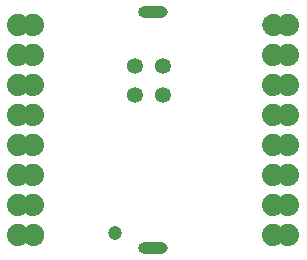
<source format=gbr>
G04 #@! TF.GenerationSoftware,KiCad,Pcbnew,5.1.0-rc2-unknown-4612175~81~ubuntu18.04.1*
G04 #@! TF.CreationDate,2019-03-08T09:47:56+02:00*
G04 #@! TF.ProjectId,LoRa_RevB,4c6f5261-5f52-4657-9642-2e6b69636164,rev?*
G04 #@! TF.SameCoordinates,Original*
G04 #@! TF.FileFunction,Soldermask,Bot*
G04 #@! TF.FilePolarity,Negative*
%FSLAX46Y46*%
G04 Gerber Fmt 4.6, Leading zero omitted, Abs format (unit mm)*
G04 Created by KiCad (PCBNEW 5.1.0-rc2-unknown-4612175~81~ubuntu18.04.1) date 2019-03-08 09:47:56*
%MOMM*%
%LPD*%
G04 APERTURE LIST*
%ADD10C,1.879600*%
%ADD11C,1.778000*%
%ADD12C,0.100000*%
%ADD13O,2.502580X1.002580*%
%ADD14C,0.602580*%
%ADD15C,1.202580*%
%ADD16C,1.352400*%
G04 APERTURE END LIST*
D10*
X74930000Y-55880000D03*
X74930000Y-58420000D03*
X74930000Y-60960000D03*
X74930000Y-68580000D03*
X74930000Y-71120000D03*
X74930000Y-66040000D03*
X74930000Y-63500000D03*
D11*
X74930000Y-73660000D03*
D12*
G36*
X73991516Y-73611400D02*
G01*
X74000067Y-73524578D01*
X74000798Y-73519646D01*
X74017818Y-73434080D01*
X74019029Y-73429245D01*
X74044354Y-73345759D01*
X74046034Y-73341064D01*
X74079421Y-73260463D01*
X74081552Y-73255957D01*
X74122677Y-73179016D01*
X74125240Y-73174740D01*
X74173710Y-73102200D01*
X74176680Y-73098196D01*
X74232025Y-73030757D01*
X74235373Y-73027063D01*
X74297063Y-72965373D01*
X74300757Y-72962025D01*
X74368196Y-72906680D01*
X74372200Y-72903710D01*
X74444740Y-72855240D01*
X74449016Y-72852677D01*
X74525957Y-72811552D01*
X74530463Y-72809421D01*
X74611064Y-72776034D01*
X74615759Y-72774354D01*
X74699245Y-72749029D01*
X74704080Y-72747818D01*
X74789646Y-72730798D01*
X74794578Y-72730067D01*
X74881400Y-72721516D01*
X74886379Y-72721271D01*
X74973621Y-72721271D01*
X74978600Y-72721516D01*
X75065422Y-72730067D01*
X75070354Y-72730798D01*
X75155920Y-72747818D01*
X75160755Y-72749029D01*
X75244241Y-72774354D01*
X75248936Y-72776034D01*
X75329537Y-72809421D01*
X75334043Y-72811552D01*
X75410984Y-72852677D01*
X75415260Y-72855240D01*
X75487800Y-72903710D01*
X75491804Y-72906680D01*
X75559243Y-72962025D01*
X75562937Y-72965373D01*
X75624627Y-73027063D01*
X75627975Y-73030757D01*
X75683320Y-73098196D01*
X75686290Y-73102200D01*
X75734760Y-73174740D01*
X75737323Y-73179016D01*
X75778448Y-73255957D01*
X75780579Y-73260463D01*
X75813966Y-73341064D01*
X75815646Y-73345759D01*
X75840971Y-73429245D01*
X75842182Y-73434080D01*
X75859202Y-73519646D01*
X75859933Y-73524578D01*
X75868484Y-73611400D01*
X75868729Y-73616379D01*
X75868729Y-73703621D01*
X75868484Y-73708600D01*
X75859933Y-73795422D01*
X75859202Y-73800354D01*
X75842182Y-73885920D01*
X75840971Y-73890755D01*
X75815646Y-73974241D01*
X75813966Y-73978936D01*
X75780579Y-74059537D01*
X75778448Y-74064043D01*
X75737323Y-74140984D01*
X75734760Y-74145260D01*
X75686290Y-74217800D01*
X75683320Y-74221804D01*
X75627975Y-74289243D01*
X75624627Y-74292937D01*
X75562937Y-74354627D01*
X75559243Y-74357975D01*
X75491804Y-74413320D01*
X75487800Y-74416290D01*
X75415260Y-74464760D01*
X75410984Y-74467323D01*
X75334043Y-74508448D01*
X75329537Y-74510579D01*
X75248936Y-74543966D01*
X75244241Y-74545646D01*
X75160755Y-74570971D01*
X75155920Y-74572182D01*
X75070354Y-74589202D01*
X75065422Y-74589933D01*
X74978600Y-74598484D01*
X74973621Y-74598729D01*
X74886379Y-74598729D01*
X74881400Y-74598484D01*
X74794578Y-74589933D01*
X74789646Y-74589202D01*
X74704080Y-74572182D01*
X74699245Y-74570971D01*
X74615759Y-74545646D01*
X74611064Y-74543966D01*
X74530463Y-74510579D01*
X74525957Y-74508448D01*
X74449016Y-74467323D01*
X74444740Y-74464760D01*
X74372200Y-74416290D01*
X74368196Y-74413320D01*
X74300757Y-74357975D01*
X74297063Y-74354627D01*
X74235373Y-74292937D01*
X74232025Y-74289243D01*
X74176680Y-74221804D01*
X74173710Y-74217800D01*
X74125240Y-74145260D01*
X74122677Y-74140984D01*
X74081552Y-74064043D01*
X74079421Y-74059537D01*
X74046034Y-73978936D01*
X74044354Y-73974241D01*
X74019029Y-73890755D01*
X74017818Y-73885920D01*
X74000798Y-73800354D01*
X74000067Y-73795422D01*
X73991516Y-73708600D01*
X73991271Y-73703621D01*
X73991271Y-73616379D01*
X73991516Y-73611400D01*
X73991516Y-73611400D01*
G37*
D10*
X73660000Y-66040000D03*
X73660000Y-68580000D03*
X73660000Y-71120000D03*
X73660000Y-73660000D03*
X73660000Y-63500000D03*
X73660000Y-60960000D03*
X73660000Y-55880000D03*
X73660000Y-58420000D03*
X95250000Y-73660000D03*
X95250000Y-71120000D03*
X95250000Y-68580000D03*
X95250000Y-60960000D03*
X95250000Y-58420000D03*
X95250000Y-63500000D03*
X95250000Y-66040000D03*
D11*
X95250000Y-55880000D03*
D12*
G36*
X96188484Y-55928600D02*
G01*
X96179933Y-56015422D01*
X96179202Y-56020354D01*
X96162182Y-56105920D01*
X96160971Y-56110755D01*
X96135646Y-56194241D01*
X96133966Y-56198936D01*
X96100579Y-56279537D01*
X96098448Y-56284043D01*
X96057323Y-56360984D01*
X96054760Y-56365260D01*
X96006290Y-56437800D01*
X96003320Y-56441804D01*
X95947975Y-56509243D01*
X95944627Y-56512937D01*
X95882937Y-56574627D01*
X95879243Y-56577975D01*
X95811804Y-56633320D01*
X95807800Y-56636290D01*
X95735260Y-56684760D01*
X95730984Y-56687323D01*
X95654043Y-56728448D01*
X95649537Y-56730579D01*
X95568936Y-56763966D01*
X95564241Y-56765646D01*
X95480755Y-56790971D01*
X95475920Y-56792182D01*
X95390354Y-56809202D01*
X95385422Y-56809933D01*
X95298600Y-56818484D01*
X95293621Y-56818729D01*
X95206379Y-56818729D01*
X95201400Y-56818484D01*
X95114578Y-56809933D01*
X95109646Y-56809202D01*
X95024080Y-56792182D01*
X95019245Y-56790971D01*
X94935759Y-56765646D01*
X94931064Y-56763966D01*
X94850463Y-56730579D01*
X94845957Y-56728448D01*
X94769016Y-56687323D01*
X94764740Y-56684760D01*
X94692200Y-56636290D01*
X94688196Y-56633320D01*
X94620757Y-56577975D01*
X94617063Y-56574627D01*
X94555373Y-56512937D01*
X94552025Y-56509243D01*
X94496680Y-56441804D01*
X94493710Y-56437800D01*
X94445240Y-56365260D01*
X94442677Y-56360984D01*
X94401552Y-56284043D01*
X94399421Y-56279537D01*
X94366034Y-56198936D01*
X94364354Y-56194241D01*
X94339029Y-56110755D01*
X94337818Y-56105920D01*
X94320798Y-56020354D01*
X94320067Y-56015422D01*
X94311516Y-55928600D01*
X94311271Y-55923621D01*
X94311271Y-55836379D01*
X94311516Y-55831400D01*
X94320067Y-55744578D01*
X94320798Y-55739646D01*
X94337818Y-55654080D01*
X94339029Y-55649245D01*
X94364354Y-55565759D01*
X94366034Y-55561064D01*
X94399421Y-55480463D01*
X94401552Y-55475957D01*
X94442677Y-55399016D01*
X94445240Y-55394740D01*
X94493710Y-55322200D01*
X94496680Y-55318196D01*
X94552025Y-55250757D01*
X94555373Y-55247063D01*
X94617063Y-55185373D01*
X94620757Y-55182025D01*
X94688196Y-55126680D01*
X94692200Y-55123710D01*
X94764740Y-55075240D01*
X94769016Y-55072677D01*
X94845957Y-55031552D01*
X94850463Y-55029421D01*
X94931064Y-54996034D01*
X94935759Y-54994354D01*
X95019245Y-54969029D01*
X95024080Y-54967818D01*
X95109646Y-54950798D01*
X95114578Y-54950067D01*
X95201400Y-54941516D01*
X95206379Y-54941271D01*
X95293621Y-54941271D01*
X95298600Y-54941516D01*
X95385422Y-54950067D01*
X95390354Y-54950798D01*
X95475920Y-54967818D01*
X95480755Y-54969029D01*
X95564241Y-54994354D01*
X95568936Y-54996034D01*
X95649537Y-55029421D01*
X95654043Y-55031552D01*
X95730984Y-55072677D01*
X95735260Y-55075240D01*
X95807800Y-55123710D01*
X95811804Y-55126680D01*
X95879243Y-55182025D01*
X95882937Y-55185373D01*
X95944627Y-55247063D01*
X95947975Y-55250757D01*
X96003320Y-55318196D01*
X96006290Y-55322200D01*
X96054760Y-55394740D01*
X96057323Y-55399016D01*
X96098448Y-55475957D01*
X96100579Y-55480463D01*
X96133966Y-55561064D01*
X96135646Y-55565759D01*
X96160971Y-55649245D01*
X96162182Y-55654080D01*
X96179202Y-55739646D01*
X96179933Y-55744578D01*
X96188484Y-55831400D01*
X96188729Y-55836379D01*
X96188729Y-55923621D01*
X96188484Y-55928600D01*
X96188484Y-55928600D01*
G37*
D10*
X96520000Y-63500000D03*
X96520000Y-60960000D03*
X96520000Y-58420000D03*
X96520000Y-55880000D03*
X96520000Y-66040000D03*
X96520000Y-68580000D03*
X96520000Y-73660000D03*
X96520000Y-71120000D03*
D13*
X85090000Y-54770000D03*
X85090000Y-74770000D03*
D14*
X81825000Y-73550000D03*
D15*
X81825000Y-73550000D03*
D16*
X83502000Y-59400000D03*
X83502000Y-61800000D03*
X85902000Y-59400000D03*
X85902000Y-61800000D03*
M02*

</source>
